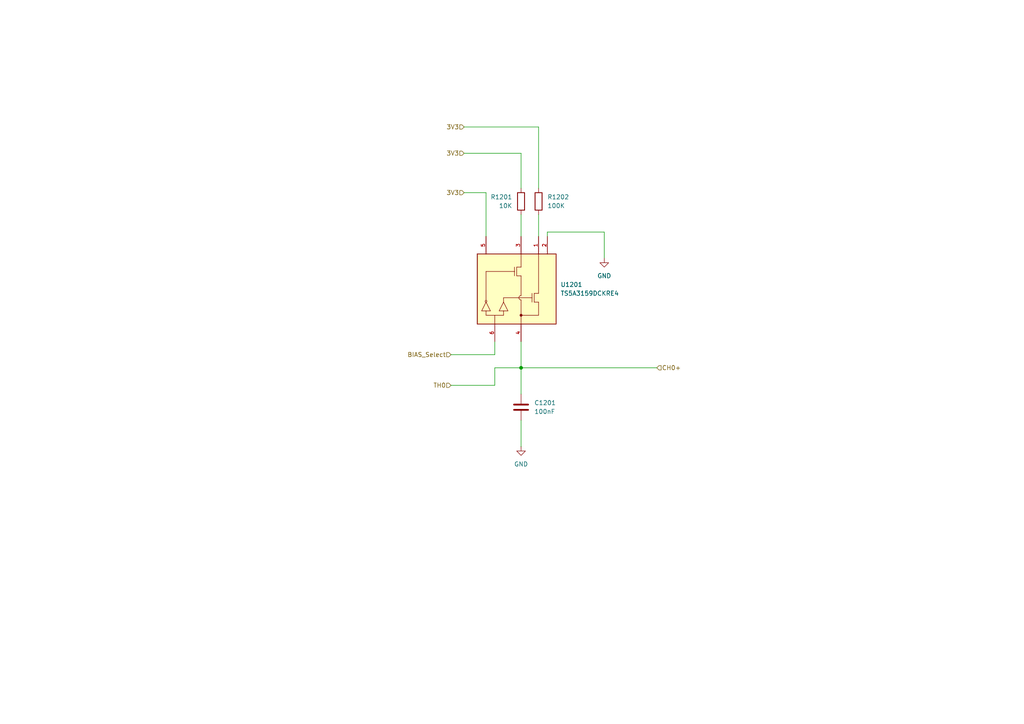
<source format=kicad_sch>
(kicad_sch (version 20250114) (generator "eeschema") (generator_version "9.0")
  (paper "A4")
  (lib_symbols
    (symbol "Device:C" (pin_numbers (hide yes)) (pin_names (offset 0.254))
      (property "Reference" "C" (at 0.635 2.54 0))
      (property "Value" "C" (at 0.635 -2.54 0))
      (symbol "C_0_1"
        (polyline (pts (xy -2.032 0.762) (xy 2.032 0.762)) (stroke (width 0.508)))
        (polyline (pts (xy -2.032 -0.762) (xy 2.032 -0.762)) (stroke (width 0.508)))
      )
      (symbol "C_1_1"
        (pin passive line (at 0 3.81 270) (length 2.794) (name "~") (number "1"))
        (pin passive line (at 0 -3.81 90) (length 2.794) (name "~") (number "2"))
      )
    )
    (symbol "Device:R" (pin_numbers (hide yes)) (pin_names (offset 0))
      (property "Reference" "R" (at 2.032 0 90))
      (property "Value" "R" (at 0 0 90))
      (symbol "R_0_1"
        (rectangle (start -1.016 -2.54) (end 1.016 2.54) (stroke (width 0.254)))
      )
      (symbol "R_1_1"
        (pin passive line (at 0 3.81 270) (length 1.27) (name "~") (number "1"))
        (pin passive line (at 0 -3.81 90) (length 1.27) (name "~") (number "2"))
      )
    )
    (symbol "TS5A3159DCKRE4:TS5A3159DCKRE4" (pin_names (offset 1.016))
      (property "Reference" "U" (at -10.16 10.922 0))
      (property "Value" "TS5A3159DCKRE4" (at -10.16 -13.462 0))
      (symbol "TS5A3159DCKRE4_0_0"
        (polyline (pts (xy -10.16 5.08) (xy -7.62 5.08)) (stroke (width 0.1524)))
        (polyline (pts (xy -10.16 -2.54) (xy -7.62 -2.54)) (stroke (width 0.1524)))
        (rectangle (start -10.16 -12.7) (end 10.16 10.16) (stroke (width 0.254)) (fill (type background)))
        (polyline (pts (xy -7.62 7.62) (xy -7.62 5.08)) (stroke (width 0.1524)))
        (polyline (pts (xy -7.62 7.62) (xy -6.35 7.62)) (stroke (width 0.1524)))
        (polyline (pts (xy -7.62 5.08) (xy -7.62 2.54)) (stroke (width 0.1524)))
        (polyline (pts (xy -7.62 2.54) (xy -6.35 2.54)) (stroke (width 0.1524)))
        (circle (center -7.62 -2.54) (radius 0.2032) (stroke (width 0.4064)))
        (polyline (pts (xy -7.62 -2.54) (xy -7.62 -7.62)) (stroke (width 0.1524)))
        (polyline (pts (xy -7.62 -2.54) (xy -3.175 -2.54)) (stroke (width 0.1524)))
        (polyline (pts (xy -7.62 -7.62) (xy -3.81 -7.62)) (stroke (width 0.1524)))
        (polyline (pts (xy -6.35 8.89) (xy -6.35 7.62)) (stroke (width 0.1524)))
        (polyline (pts (xy -6.35 7.62) (xy -6.35 6.35)) (stroke (width 0.1524)))
        (polyline (pts (xy -6.35 6.35) (xy -3.81 7.62)) (stroke (width 0.1524)))
        (polyline (pts (xy -6.35 3.81) (xy -6.35 2.54)) (stroke (width 0.1524)))
        (polyline (pts (xy -6.35 2.54) (xy -6.35 1.27)) (stroke (width 0.1524)))
        (polyline (pts (xy -6.35 1.27) (xy -3.81 2.54)) (stroke (width 0.1524)))
        (polyline (pts (xy -3.81 7.62) (xy -6.35 8.89)) (stroke (width 0.1524)))
        (polyline (pts (xy -3.81 2.54) (xy -6.35 3.81)) (stroke (width 0.1524)))
        (polyline (pts (xy -3.81 -5.715) (xy -2.54 -5.715)) (stroke (width 0.1524)))
        (polyline (pts (xy -3.81 -6.35) (xy -1.27 -6.35)) (stroke (width 0.1524)))
        (polyline (pts (xy -3.81 -7.62) (xy -3.81 -6.35)) (stroke (width 0.1524)))
        (circle (center -3.556 7.62) (radius 0.254) (stroke (width 0.1524)))
        (polyline (pts (xy -3.302 7.62) (xy 5.08 7.62)) (stroke (width 0.1524)))
        (polyline (pts (xy -2.54 2.54) (xy -3.81 2.54)) (stroke (width 0.1524)))
        (polyline (pts (xy -2.54 2.54) (xy -2.54 -1.905)) (stroke (width 0.1524)))
        (polyline (pts (xy -2.54 -1.905) (xy -2.54 -5.715)) (stroke (width 0.1524)))
        (arc (start -3.175 -2.54) (mid -2.989 -2.091) (end -2.54 -1.905) (stroke (width 0.1524)))
        (arc (start -2.54 -1.905) (mid -2.091 -2.091) (end -1.905 -2.54) (stroke (width 0.1524)))
        (polyline (pts (xy -2.54 -5.715) (xy -1.27 -5.715)) (stroke (width 0.1524)))
        (polyline (pts (xy -1.905 -2.54) (xy 3.81 -2.54)) (stroke (width 0.1524)))
        (polyline (pts (xy -1.27 -6.35) (xy -1.27 -7.62)) (stroke (width 0.1524)))
        (polyline (pts (xy 3.81 -0.635) (xy 5.08 -0.635)) (stroke (width 0.1524)))
        (polyline (pts (xy 3.81 -1.27) (xy 6.35 -1.27)) (stroke (width 0.1524)))
        (polyline (pts (xy 3.81 -2.54) (xy 3.81 -1.27)) (stroke (width 0.1524)))
        (polyline (pts (xy 5.08 7.62) (xy 5.08 -0.635)) (stroke (width 0.1524)))
        (polyline (pts (xy 5.08 -0.635) (xy 6.35 -0.635)) (stroke (width 0.1524)))
        (polyline (pts (xy 6.35 -1.27) (xy 6.35 -2.54)) (stroke (width 0.1524)))
        (polyline (pts (xy 10.16 -2.54) (xy 6.35 -2.54)) (stroke (width 0.1524)))
        (polyline (pts (xy 10.16 -7.62) (xy -1.27 -7.62)) (stroke (width 0.1524)))
        (pin input line (at -15.24 5.08 0) (length 5.08) (name "~") (number "6"))
        (pin bidirectional line (at -15.24 -2.54 0) (length 5.08) (name "~") (number "4"))
        (pin power_in line (at 15.24 7.62 180) (length 5.08) (name "~") (number "5"))
        (pin bidirectional line (at 15.24 -2.54 180) (length 5.08) (name "~") (number "3"))
        (pin bidirectional line (at 15.24 -7.62 180) (length 5.08) (name "~") (number "1"))
        (pin power_in line (at 15.24 -10.16 180) (length 5.08) (name "~") (number "2"))
      )
    )
    (symbol "power:GND" (power) (pin_numbers (hide yes)) (pin_names (offset 0) (hide yes))
      (property "Value" "GND" (at 0 -3.81 0))
      (symbol "GND_0_1"
        (polyline (pts (xy 0 0) (xy 0 -1.27) (xy 1.27 -1.27) (xy 0 -2.54) (xy -1.27 -1.27) (xy 0 -1.27)))
      )
      (symbol "GND_1_1"
        (pin power_in line (at 0 0 270) (length 0) (name "~") (number "1"))
      )
    )
  )
  (junction (at 151.13 106.68))
  (wire (pts (xy 151.13 99.06) (xy 151.13 106.68)))
  (wire (pts (xy 143.51 106.68) (xy 151.13 106.68)))
  (wire (pts (xy 158.75 68.58) (xy 158.75 67.31)))
  (wire (pts (xy 130.81 102.87) (xy 143.51 102.87)))
  (wire (pts (xy 151.13 44.45) (xy 151.13 54.61)))
  (wire (pts (xy 134.62 44.45) (xy 151.13 44.45)))
  (wire (pts (xy 156.21 36.83) (xy 156.21 54.61)))
  (wire (pts (xy 140.97 68.58) (xy 140.97 55.88)))
  (wire (pts (xy 151.13 62.23) (xy 151.13 68.58)))
  (wire (pts (xy 134.62 55.88) (xy 140.97 55.88)))
  (wire (pts (xy 143.51 106.68) (xy 143.51 111.76)))
  (wire (pts (xy 151.13 121.92) (xy 151.13 129.54)))
  (wire (pts (xy 158.75 67.31) (xy 175.26 67.31)))
  (wire (pts (xy 151.13 106.68) (xy 151.13 114.3)))
  (wire (pts (xy 151.13 106.68) (xy 190.5 106.68)))
  (wire (pts (xy 175.26 67.31) (xy 175.26 74.93)))
  (wire (pts (xy 130.81 111.76) (xy 143.51 111.76)))
  (wire (pts (xy 143.51 99.06) (xy 143.51 102.87)))
  (wire (pts (xy 134.62 36.83) (xy 156.21 36.83)))
  (wire (pts (xy 156.21 62.23) (xy 156.21 68.58)))
  (hierarchical_label "TH0" (shape input) (at 130.81 111.76 180))
  (hierarchical_label "BIAS_Select" (shape input) (at 130.81 102.87 180))
  (hierarchical_label "3V3" (shape input) (at 134.62 55.88 180))
  (hierarchical_label "CH0+" (shape input) (at 190.5 106.68 0))
  (hierarchical_label "3V3" (shape input) (at 134.62 36.83 180))
  (hierarchical_label "3V3" (shape input) (at 134.62 44.45 180))
  (symbol (lib_id "Device:C") (at 151.13 118.11 0) (unit 1)
    (property "Reference" "C1201" (at 154.94 116.8399 0) (effects (justify left)))
    (property "Value" "100nF" (at 154.94 119.3799 0) (effects (justify left)))
    (property "Description" "Unpolarized capacitor" (effects (hide yes)))
    (instances (project "V1" (path "" (reference "C1201") (unit 1)) (path "" (reference "C1901") (unit 1))))
  )
  (symbol (lib_id "Device:R") (at 151.13 58.42 0) (mirror y) (unit 1)
    (property "Reference" "R1201" (at 148.59 57.1499 0) (effects (justify left)))
    (property "Value" "10K" (at 148.59 59.6899 0) (effects (justify left)))
    (property "Description" "Resistor" (effects (hide yes)))
    (instances (project "V1" (path "" (reference "R1201") (unit 1)) (path "" (reference "R1901") (unit 1))))
  )
  (symbol (lib_id "power:GND") (at 175.26 74.93 0) (unit 1)
    (property "Reference" "#PWR01202" (effects (hide yes)))
    (property "Value" "GND" (at 175.26 80.01 0))
    (property "Description" "Power symbol creates a global label with name \"GND\" , ground" (effects (hide yes)))
    (instances (project "V1" (path "" (reference "#PWR01202") (unit 1)) (path "" (reference "#PWR01902") (unit 1))))
  )
  (symbol (lib_id "power:GND") (at 151.13 129.54 0) (unit 1)
    (property "Reference" "#PWR01201" (effects (hide yes)))
    (property "Value" "GND" (at 151.13 134.62 0))
    (property "Description" "Power symbol creates a global label with name \"GND\" , ground" (effects (hide yes)))
    (instances (project "V1" (path "" (reference "#PWR01201") (unit 1)) (path "" (reference "#PWR01901") (unit 1))))
  )
  (symbol (lib_id "Device:R") (at 156.21 58.42 0) (unit 1)
    (property "Reference" "R1202" (at 158.75 57.1499 0) (effects (justify left)))
    (property "Value" "100K" (at 158.75 59.6899 0) (effects (justify left)))
    (property "Description" "Resistor" (effects (hide yes)))
    (instances (project "V1" (path "" (reference "R1202") (unit 1)) (path "" (reference "R1902") (unit 1))))
  )
  (symbol (lib_id "TS5A3159DCKRE4:TS5A3159DCKRE4") (at 148.59 83.82 90) (unit 1)
    (property "Reference" "U1201" (at 162.56 82.5499 90) (effects (justify right)))
    (property "Value" "TS5A3159DCKRE4" (at 162.56 85.0899 90) (effects (justify right)))
    (property "Footprint" "ThermoDAQ:SOT65P210X110-6N" (effects (hide yes)))
    (property "MF" "Texas Instruments" (effects (hide yes)))
    (property "MAXIMUM_PACKAGE_HEIGHT" "1.1mm" (effects (hide yes)))
    (property "Package" "SOT-SC70-6 Texas Instruments" (effects (hide yes)))
    (property "Price" "None" (effects (hide yes)))
    (property "Check_prices" "https://www.snapeda.com/parts/TS5A3159DCKRE4/Texas+Instruments/view-part/?ref=eda" (effects (hide yes)))
    (property "STANDARD" "IPC-7351B" (effects (hide yes)))
    (property "PARTREV" "D" (effects (hide yes)))
    (property "SnapEDA_Link" "https://www.snapeda.com/parts/TS5A3159DCKRE4/Texas+Instruments/view-part/?ref=snap" (effects (hide yes)))
    (property "MP" "TS5A3159DCKRE4" (effects (hide yes)))
    (property "Description_1" "1-?, 5-V, 2:1 (SPDT), 1-channel analog switch 6-SC70 -40 to 85" (effects (hide yes)))
    (property "Availability" "In Stock" (effects (hide yes)))
    (property "MANUFACTURER" "Texas Instruments" (effects (hide yes)))
    (instances (project "V1" (path "" (reference "U1201") (unit 1)) (path "" (reference "U1901") (unit 1))))
  )
)
</source>
